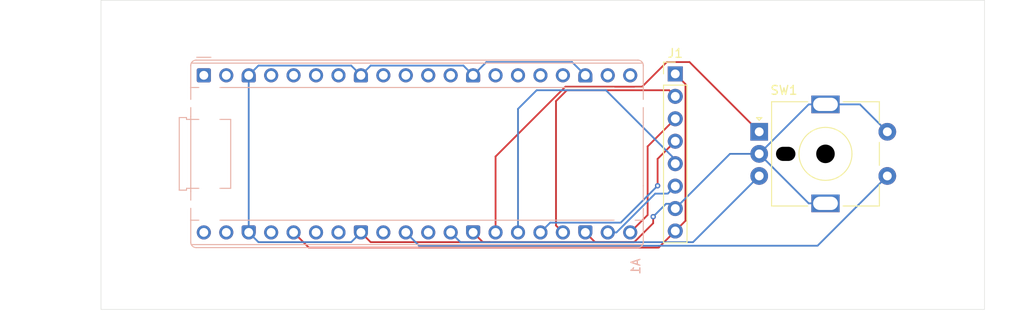
<source format=kicad_pcb>
(kicad_pcb (version 20241229) (generator "pcbnew") (generator_version "9.0")
  (layers (0 "F.Cu" signal) (2 "B.Cu" signal) (13 "F.Paste" user) (15 "B.Paste" user) (5 "F.SilkS" user "F.Silkscreen") (7 "B.SilkS" user "B.Silkscreen") (1 "F.Mask" user) (3 "B.Mask" user) (25 "Edge.Cuts" user))
  (net 0 "")
  (net 1 "Net-(A1-GPIO21)")
  (net 3 "GND")
  (net 5 "SDA")
  (net 6 "+3V3")
  (net 10 "CS")
  (net 13 "RESET")
  (net 14 "A0 - COMMAND")
  (net 24 "button")
  (net 28 "SCK")
  (net 31 "Net-(A1-GPIO22)")
  (footprint "Rotary_Encoder:RotaryEncoder_Alps_EC11E-Switch_Vertical_H20mm_MountingHoles" (layer "F.Cu") (at 114.5 109.89)
    (property "Reference" "SW1" (at 2.8 -4.7 0) (layer "F.SilkS"))
    (property "Value" "RotaryEncoder_Switch_MP")
    (fp_line (start -0.3 -1.6) (end 0.3 -1.6) (stroke (width 0.12)) (layer "F.SilkS"))
    (fp_line (start 0 -1.3) (end -0.3 -1.6) (stroke (width 0.12)) (layer "F.SilkS"))
    (fp_line (start 0.3 -1.6) (end 0 -1.3) (stroke (width 0.12)) (layer "F.SilkS"))
    (fp_line (start 1.4 -3.4) (end 1.4 8.4) (stroke (width 0.12)) (layer "F.SilkS"))
    (fp_line (start 5.5 -3.4) (end 1.4 -3.4) (stroke (width 0.12)) (layer "F.SilkS"))
    (fp_line (start 5.5 8.4) (end 1.4 8.4) (stroke (width 0.12)) (layer "F.SilkS"))
    (fp_line (start 9.5 -3.4) (end 13.6 -3.4) (stroke (width 0.12)) (layer "F.SilkS"))
    (fp_line (start 13.6 -3.4) (end 13.6 -1) (stroke (width 0.12)) (layer "F.SilkS"))
    (fp_line (start 13.6 1.2) (end 13.6 3.8) (stroke (width 0.12)) (layer "F.SilkS"))
    (fp_line (start 13.6 6) (end 13.6 8.4) (stroke (width 0.12)) (layer "F.SilkS"))
    (fp_line (start 13.6 8.4) (end 9.5 8.4) (stroke (width 0.12)) (layer "F.SilkS"))
    (fp_circle (center 7.5 2.5) (end 10.5 2.5) (stroke (width 0.12)) (fill no) (layer "F.SilkS"))
    (pad "" np_thru_hole oval (at 3 2.5) (size 2.2 1.6) (drill oval 2.2 1.6) (layers "*.Mask"))
    (pad "" np_thru_hole circle (at 7.5 2.5) (size 2.1 2.1) (drill 2.1) (layers "*.Mask"))
    (pad "A" thru_hole rect (at 0 0) (size 2 2) (drill 1) (layers "*.Cu" "*.Mask") (net 1 "Net-(A1-GPIO21)"))
    (pad "B" thru_hole circle (at 0 5) (size 2 2) (drill 1) (layers "*.Cu" "*.Mask") (net 31 "Net-(A1-GPIO22)"))
    (pad "C" thru_hole circle (at 0 2.5) (size 2 2) (drill 1) (layers "*.Cu" "*.Mask") (net 3 "GND"))
    (pad "MP" thru_hole rect (at 7.5 -3.1) (size 3.2 2) (drill oval 2.8 1.5) (layers "*.Cu" "*.Mask") (net 3 "GND"))
    (pad "MP" thru_hole rect (at 7.5 8.1) (size 3.2 2) (drill oval 2.8 1.5) (layers "*.Cu" "*.Mask") (net 3 "GND"))
    (pad "S1" thru_hole circle (at 14.5 5) (size 2 2) (drill 1) (layers "*.Cu" "*.Mask") (net 24 "button"))
    (pad "S2" thru_hole circle (at 14.5 0) (size 2 2) (drill 1) (layers "*.Cu" "*.Mask") (net 3 "GND"))
  )
  (footprint "MountingHole:MountingHole_3.2mm_M3" (layer "F.Cu") (at 45 100)
    (property "Reference" "REF**" (hide yes))
    (property "Value" "MountingHole_3.2mm_M3")
    (pad "" np_thru_hole circle (at 0 0) (size 3.2 3.2) (drill 3.2) (layers "*.Cu" "*.Mask"))
  )
  (footprint "Connector_PinHeader_2.54mm:PinHeader_1x08_P2.54mm_Vertical" (layer "F.Cu") (at 105 103.34)
    (property "Reference" "J1" (at 0 -2.33 0) (layer "F.SilkS"))
    (property "Value" "ST7735R TFT LCD")
    (fp_line (start -1.33 -1.33) (end 0 -1.33) (stroke (width 0.12)) (layer "F.SilkS"))
    (fp_line (start -1.33 0) (end -1.33 -1.33) (stroke (width 0.12)) (layer "F.SilkS"))
    (fp_line (start -1.33 1.27) (end -1.33 19.11) (stroke (width 0.12)) (layer "F.SilkS"))
    (fp_line (start -1.33 1.27) (end 1.33 1.27) (stroke (width 0.12)) (layer "F.SilkS"))
    (fp_line (start -1.33 19.11) (end 1.33 19.11) (stroke (width 0.12)) (layer "F.SilkS"))
    (fp_line (start 1.33 1.27) (end 1.33 19.11) (stroke (width 0.12)) (layer "F.SilkS"))
    (pad "1" thru_hole rect (at 0 0) (size 1.7 1.7) (drill 1) (layers "*.Cu" "*.Mask") (net 6 "+3V3"))
    (pad "2" thru_hole oval (at 0 2.54) (size 1.7 1.7) (drill 1) (layers "*.Cu" "*.Mask") (net 28 "SCK"))
    (pad "3" thru_hole oval (at 0 5.08) (size 1.7 1.7) (drill 1) (layers "*.Cu" "*.Mask") (net 5 "SDA"))
    (pad "4" thru_hole oval (at 0 7.62) (size 1.7 1.7) (drill 1) (layers "*.Cu" "*.Mask") (net 14 "A0 - COMMAND"))
    (pad "5" thru_hole oval (at 0 10.16) (size 1.7 1.7) (drill 1) (layers "*.Cu" "*.Mask") (net 13 "RESET"))
    (pad "6" thru_hole oval (at 0 12.7) (size 1.7 1.7) (drill 1) (layers "*.Cu" "*.Mask") (net 10 "CS"))
    (pad "7" thru_hole oval (at 0 15.24) (size 1.7 1.7) (drill 1) (layers "*.Cu" "*.Mask") (net 3 "GND"))
    (pad "8" thru_hole oval (at 0 17.78) (size 1.7 1.7) (drill 1) (layers "*.Cu" "*.Mask") (net 6 "+3V3"))
  )
  (footprint "MountingHole:MountingHole_3.2mm_M3" (layer "F.Cu") (at 135 125.5)
    (property "Reference" "REF**" (hide yes))
    (property "Value" "MountingHole_3.2mm_M3")
    (pad "" np_thru_hole circle (at 0 0) (size 3.2 3.2) (drill 3.2) (layers "*.Cu" "*.Mask"))
  )
  (footprint "MountingHole:MountingHole_3.2mm_M3" (layer "F.Cu") (at 45 125)
    (property "Reference" "REF**" (hide yes))
    (property "Value" "MountingHole_3.2mm_M3")
    (pad "" np_thru_hole circle (at 0 0) (size 3.2 3.2) (drill 3.2) (layers "*.Cu" "*.Mask"))
  )
  (footprint "MountingHole:MountingHole_3.2mm_M3" (layer "F.Cu") (at 135 100)
    (property "Reference" "REF**" (hide yes))
    (property "Value" "MountingHole_3.2mm_M3")
    (pad "" np_thru_hole circle (at 0 0) (size 3.2 3.2) (drill 3.2) (layers "*.Cu" "*.Mask"))
  )
  (footprint "Module:RaspberryPi_Pico_Common_THT" (layer "B.Cu") (at 51.64 103.5 -90)
    (property "Reference" "A1" (at 20.6375 -48.895 90) (layer "B.SilkS") (effects (justify left mirror)))
    (property "Value" "RaspberryPi_Pico_W")
    (fp_line (start 4.78 2.78) (end 13 2.78) (stroke (width 0.12)) (layer "B.SilkS"))
    (fp_line (start 4.78 2.78) (end 4.78 1.96) (stroke (width 0.12)) (layer "B.SilkS"))
    (fp_line (start 13 2.78) (end 13 1.96) (stroke (width 0.12)) (layer "B.SilkS"))
    (fp_line (start 4.78 1.96) (end 4.99 1.96) (stroke (width 0.12)) (layer "B.SilkS"))
    (fp_line (start 4.99 1.96) (end 4.99 0.564) (stroke (width 0.12)) (layer "B.SilkS"))
    (fp_line (start 12.79 1.96) (end 12.79 0.564) (stroke (width 0.12)) (layer "B.SilkS"))
    (fp_line (start 13 1.96) (end 12.79 1.96) (stroke (width 0.12)) (layer "B.SilkS"))
    (fp_line (start -1.11 1.48) (end 1.38 1.48) (stroke (width 0.12)) (layer "B.SilkS"))
    (fp_line (start 1.38 1.48) (end 2.72794 1.48) (stroke (width 0.12)) (layer "B.SilkS"))
    (fp_line (start 1.38 1.48) (end 1.38 0.56648) (stroke (width 0.12)) (layer "B.SilkS"))
    (fp_line (start 3.652061 1.48) (end 4.655 1.48) (stroke (width 0.12)) (layer "B.SilkS"))
    (fp_line (start 4.655 1.48) (end 13.125 1.48) (stroke (width 0.12)) (layer "B.SilkS"))
    (fp_line (start 13.125 1.48) (end 14.127939 1.48) (stroke (width 0.12)) (layer "B.SilkS"))
    (fp_line (start 15.052061 1.48) (end 16.4 1.48) (stroke (width 0.12)) (layer "B.SilkS"))
    (fp_line (start 16.4 1.48) (end 16.4 0.56648) (stroke (width 0.12)) (layer "B.SilkS"))
    (fp_line (start 18.89 1.48) (end 16.4 1.48) (stroke (width 0.12)) (layer "B.SilkS"))
    (fp_line (start -1.38 1.417) (end -1.38 -49.677) (stroke (width 0.12)) (layer "B.SilkS"))
    (fp_line (start -1.72 0.87) (end -1.72 -49.13) (stroke (width 0.12)) (layer "B.SilkS"))
    (fp_line (start 19.5 0.87) (end 19.5 -49.13) (stroke (width 0.12)) (layer "B.SilkS"))
    (fp_line (start -2.04 -0.8) (end -2.04 0.8) (stroke (width 0.12)) (layer "B.SilkS"))
    (fp_line (start 4.99 -1.824) (end 4.99 -3.04) (stroke (width 0.12)) (layer "B.SilkS"))
    (fp_line (start 12.79 -1.824) (end 12.79 -3.04) (stroke (width 0.12)) (layer "B.SilkS"))
    (fp_line (start 1.38 -1.82648) (end 1.38 -46.43352) (stroke (width 0.12)) (layer "B.SilkS"))
    (fp_line (start 16.4 -1.82648) (end 16.4 -46.43352) (stroke (width 0.12)) (layer "B.SilkS"))
    (fp_line (start 12.79 -3.04) (end 4.99 -3.04) (stroke (width 0.12)) (layer "B.SilkS"))
    (fp_line (start 1.38 -48.82648) (end 1.38 -49.74) (stroke (width 0.12)) (layer "B.SilkS"))
    (fp_line (start 16.4 -48.82648) (end 16.4 -49.74) (stroke (width 0.12)) (layer "B.SilkS"))
    (fp_line (start 19.16 -49.677) (end 19.16 1.417) (stroke (width 0.12)) (layer "B.SilkS"))
    (fp_line (start -1.11 -49.74) (end 2.727939 -49.74) (stroke (width 0.12)) (layer "B.SilkS"))
    (fp_line (start 5.29 -49.74) (end 3.652061 -49.74) (stroke (width 0.12)) (layer "B.SilkS"))
    (fp_line (start 12.49 -49.74) (end 5.29 -49.74) (stroke (width 0.12)) (layer "B.SilkS"))
    (fp_line (start 14.127939 -49.74) (end 12.49 -49.74) (stroke (width 0.12)) (layer "B.SilkS"))
    (fp_line (start 15.052061 -49.74) (end 18.89 -49.74) (stroke (width 0.12)) (layer "B.SilkS"))
    (fp_arc (start -1.11 1.48) (mid -1.541335 1.301335) (end -1.72 0.87) (stroke (width 0.12)) (layer "B.SilkS"))
    (fp_arc (start 19.5 0.87) (mid 19.321335 1.301335) (end 18.89 1.48) (stroke (width 0.12)) (layer "B.SilkS"))
    (fp_arc (start -1.72 -49.13) (mid -1.541364 -49.561364) (end -1.11 -49.74) (stroke (width 0.12)) (layer "B.SilkS"))
    (fp_arc (start 18.89 -49.74) (mid 19.321335 -49.561335) (end 19.5 -49.13) (stroke (width 0.12)) (layer "B.SilkS"))
    (pad "1" thru_hole roundrect (at 0 0 270) (size 1.6 1.6) (drill 1) (layers "*.Cu" "*.Mask") (roundrect_rratio 0.125))
    (pad "2" thru_hole circle (at 0 -2.54 270) (size 1.6 1.6) (drill 1) (layers "*.Cu" "*.Mask"))
    (pad "3" thru_hole custom (at 0 -5.08 270) (size 1.6 1.6) (drill 1) (layers "*.Cu" "*.Mask") (net 3 "GND") (options (clearance outline) (anchor circle)) (primitives (gr_poly (pts (xy 0.8 -0.6) (xy 0.8 0.6) (xy 0.6 0.8) (xy 0 0.8) (xy 0 -0.8) (xy 0.6 -0.8)) (width 0) (fill yes)) (gr_circle (center 0.6 -0.6) (end 0.8 -0.6) (width 0) (fill yes)) (gr_circle (center 0.6 0.6) (end 0.8 0.6) (width 0) (fill yes))))
    (pad "4" thru_hole circle (at 0 -7.62 270) (size 1.6 1.6) (drill 1) (layers "*.Cu" "*.Mask"))
    (pad "5" thru_hole circle (at 0 -10.16 270) (size 1.6 1.6) (drill 1) (layers "*.Cu" "*.Mask"))
    (pad "6" thru_hole circle (at 0 -12.7 270) (size 1.6 1.6) (drill 1) (layers "*.Cu" "*.Mask"))
    (pad "7" thru_hole circle (at 0 -15.24 270) (size 1.6 1.6) (drill 1) (layers "*.Cu" "*.Mask"))
    (pad "8" thru_hole custom (at 0 -17.78 270) (size 1.6 1.6) (drill 1) (layers "*.Cu" "*.Mask") (net 3 "GND") (options (clearance outline) (anchor circle)) (primitives (gr_poly (pts (xy 0.8 -0.6) (xy 0.8 0.6) (xy 0.6 0.8) (xy 0 0.8) (xy 0 -0.8) (xy 0.6 -0.8)) (width 0) (fill yes)) (gr_circle (center 0.6 -0.6) (end 0.8 -0.6) (width 0) (fill yes)) (gr_circle (center 0.6 0.6) (end 0.8 0.6) (width 0) (fill yes))))
    (pad "9" thru_hole circle (at 0 -20.32 270) (size 1.6 1.6) (drill 1) (layers "*.Cu" "*.Mask"))
    (pad "10" thru_hole circle (at 0 -22.86 270) (size 1.6 1.6) (drill 1) (layers "*.Cu" "*.Mask"))
    (pad "11" thru_hole circle (at 0 -25.4 270) (size 1.6 1.6) (drill 1) (layers "*.Cu" "*.Mask"))
    (pad "12" thru_hole circle (at 0 -27.94 270) (size 1.6 1.6) (drill 1) (layers "*.Cu" "*.Mask"))
    (pad "13" thru_hole custom (at 0 -30.48 270) (size 1.6 1.6) (drill 1) (layers "*.Cu" "*.Mask") (net 3 "GND") (options (clearance outline) (anchor circle)) (primitives (gr_poly (pts (xy 0.8 -0.6) (xy 0.8 0.6) (xy 0.6 0.8) (xy 0 0.8) (xy 0 -0.8) (xy 0.6 -0.8)) (width 0) (fill yes)) (gr_circle (center 0.6 -0.6) (end 0.8 -0.6) (width 0) (fill yes)) (gr_circle (center 0.6 0.6) (end 0.8 0.6) (width 0) (fill yes))))
    (pad "14" thru_hole circle (at 0 -33.02 270) (size 1.6 1.6) (drill 1) (layers "*.Cu" "*.Mask"))
    (pad "15" thru_hole circle (at 0 -35.56 270) (size 1.6 1.6) (drill 1) (layers "*.Cu" "*.Mask"))
    (pad "16" thru_hole circle (at 0 -38.1 270) (size 1.6 1.6) (drill 1) (layers "*.Cu" "*.Mask"))
    (pad "17" thru_hole circle (at 0 -40.64 270) (size 1.6 1.6) (drill 1) (layers "*.Cu" "*.Mask"))
    (pad "18" thru_hole custom (at 0 -43.18 270) (size 1.6 1.6) (drill 1) (layers "*.Cu" "*.Mask") (net 3 "GND") (options (clearance outline) (anchor circle)) (primitives (gr_poly (pts (xy 0.8 -0.6) (xy 0.8 0.6) (xy 0.6 0.8) (xy 0 0.8) (xy 0 -0.8) (xy 0.6 -0.8)) (width 0) (fill yes)) (gr_circle (center 0.6 -0.6) (end 0.8 -0.6) (width 0) (fill yes)) (gr_circle (center 0.6 0.6) (end 0.8 0.6) (width 0) (fill yes))))
    (pad "19" thru_hole circle (at 0 -45.72 270) (size 1.6 1.6) (drill 1) (layers "*.Cu" "*.Mask"))
    (pad "20" thru_hole circle (at 0 -48.26 270) (size 1.6 1.6) (drill 1) (layers "*.Cu" "*.Mask"))
    (pad "21" thru_hole circle (at 17.78 -48.26 270) (size 1.6 1.6) (drill 1) (layers "*.Cu" "*.Mask") (net 5 "SDA"))
    (pad "22" thru_hole circle (at 17.78 -45.72 270) (size 1.6 1.6) (drill 1) (layers "*.Cu" "*.Mask") (net 10 "CS"))
    (pad "23" thru_hole custom (at 17.78 -43.18 270) (size 1.6 1.6) (drill 1) (layers "*.Cu" "*.Mask") (net 3 "GND") (options (clearance outline) (anchor circle)) (primitives (gr_poly (pts (xy -0.8 -0.6) (xy -0.8 0.6) (xy -0.6 0.8) (xy 0 0.8) (xy 0 -0.8) (xy -0.6 -0.8)) (width 0) (fill yes)) (gr_circle (center -0.6 -0.6) (end -0.4 -0.6) (width 0) (fill yes)) (gr_circle (center -0.6 0.6) (end -0.4 0.6) (width 0) (fill yes))))
    (pad "24" thru_hole circle (at 17.78 -40.64 270) (size 1.6 1.6) (drill 1) (layers "*.Cu" "*.Mask") (net 28 "SCK"))
    (pad "25" thru_hole circle (at 17.78 -38.1 270) (size 1.6 1.6) (drill 1) (layers "*.Cu" "*.Mask") (net 14 "A0 - COMMAND"))
    (pad "26" thru_hole circle (at 17.78 -35.56 270) (size 1.6 1.6) (drill 1) (layers "*.Cu" "*.Mask") (net 13 "RESET"))
    (pad "27" thru_hole circle (at 17.78 -33.02 270) (size 1.6 1.6) (drill 1) (layers "*.Cu" "*.Mask") (net 1 "Net-(A1-GPIO21)"))
    (pad "28" thru_hole custom (at 17.78 -30.48 270) (size 1.6 1.6) (drill 1) (layers "*.Cu" "*.Mask") (net 3 "GND") (options (clearance outline) (anchor circle)) (primitives (gr_poly (pts (xy -0.8 -0.6) (xy -0.8 0.6) (xy -0.6 0.8) (xy 0 0.8) (xy 0 -0.8) (xy -0.6 -0.8)) (width 0) (fill yes)) (gr_circle (center -0.6 -0.6) (end -0.4 -0.6) (width 0) (fill yes)) (gr_circle (center -0.6 0.6) (end -0.4 0.6) (width 0) (fill yes))))
    (pad "29" thru_hole circle (at 17.78 -27.94 270) (size 1.6 1.6) (drill 1) (layers "*.Cu" "*.Mask") (net 31 "Net-(A1-GPIO22)"))
    (pad "30" thru_hole circle (at 17.78 -25.4 270) (size 1.6 1.6) (drill 1) (layers "*.Cu" "*.Mask"))
    (pad "31" thru_hole circle (at 17.78 -22.86 270) (size 1.6 1.6) (drill 1) (layers "*.Cu" "*.Mask") (net 24 "button"))
    (pad "32" thru_hole circle (at 17.78 -20.32 270) (size 1.6 1.6) (drill 1) (layers "*.Cu" "*.Mask"))
    (pad "33" thru_hole custom (at 17.78 -17.78 270) (size 1.6 1.6) (drill 1) (layers "*.Cu" "*.Mask") (net 3 "GND") (options (clearance outline) (anchor circle)) (primitives (gr_poly (pts (xy -0.8 -0.6) (xy -0.8 0.6) (xy -0.6 0.8) (xy 0 0.8) (xy 0 -0.8) (xy -0.6 -0.8)) (width 0) (fill yes)) (gr_circle (center -0.6 -0.6) (end -0.4 -0.6) (width 0) (fill yes)) (gr_circle (center -0.6 0.6) (end -0.4 0.6) (width 0) (fill yes))))
    (pad "34" thru_hole circle (at 17.78 -15.24 270) (size 1.6 1.6) (drill 1) (layers "*.Cu" "*.Mask"))
    (pad "35" thru_hole circle (at 17.78 -12.7 270) (size 1.6 1.6) (drill 1) (layers "*.Cu" "*.Mask"))
    (pad "36" thru_hole circle (at 17.78 -10.16 270) (size 1.6 1.6) (drill 1) (layers "*.Cu" "*.Mask") (net 6 "+3V3"))
    (pad "37" thru_hole circle (at 17.78 -7.62 270) (size 1.6 1.6) (drill 1) (layers "*.Cu" "*.Mask"))
    (pad "38" thru_hole custom (at 17.78 -5.08 270) (size 1.6 1.6) (drill 1) (layers "*.Cu" "*.Mask") (net 3 "GND") (options (clearance outline) (anchor circle)) (primitives (gr_poly (pts (xy -0.8 -0.6) (xy -0.8 0.6) (xy -0.6 0.8) (xy 0 0.8) (xy 0 -0.8) (xy -0.6 -0.8)) (width 0) (fill yes)) (gr_circle (center -0.6 -0.6) (end -0.4 -0.6) (width 0) (fill yes)) (gr_circle (center -0.6 0.6) (end -0.4 0.6) (width 0) (fill yes))))
    (pad "39" thru_hole circle (at 17.78 -2.54 270) (size 1.6 1.6) (drill 1) (layers "*.Cu" "*.Mask"))
    (pad "40" thru_hole circle (at 17.78 0 270) (size 1.6 1.6) (drill 1) (layers "*.Cu" "*.Mask"))
  )
  (gr_rect (start 40 95) (end 140 130) (stroke (width 0.05)) (fill no) (layer "Edge.Cuts"))
  (segment (start 106.61 102) (end 104.038 102) (width 0.2) (layer "F.Cu") (net 1))
  (segment (start 84.66 112.690064) (end 84.66 121.28) (width 0.2) (layer "F.Cu") (net 1))
  (segment (start 104.038 102) (end 101.25 104.788) (width 0.2) (layer "F.Cu") (net 1))
  (segment (start 101.25 104.788) (end 92.562064 104.788) (width 0.2) (layer "F.Cu") (net 1))
  (segment (start 92.562064 104.788) (end 84.66 112.690064) (width 0.2) (layer "F.Cu") (net 1))
  (segment (start 114.5 109.89) (end 106.61 102) (width 0.2) (layer "F.Cu") (net 1))
  (segment (start 102.5 119.5) (end 102.5 120.23705) (width 0.2) (layer "F.Cu") (net 3))
  (segment (start 84 122.381) (end 83.221 122.381) (width 0.2) (layer "F.Cu") (net 3))
  (segment (start 101.868525 120.868525) (end 100.35605 122.381) (width 0.2) (layer "F.Cu") (net 3))
  (segment (start 100.35605 122.381) (end 95.921 122.381) (width 0.2) (layer "F.Cu") (net 3))
  (segment (start 83.221 122.381) (end 82.12 121.28) (width 0.2) (layer "F.Cu") (net 3))
  (segment (start 84 122.381) (end 70.521 122.381) (width 0.2) (layer "F.Cu") (net 3))
  (segment (start 102.5 120.23705) (end 101.868525 120.868525) (width 0.2) (layer "F.Cu") (net 3))
  (segment (start 70.521 122.381) (end 69.42 121.28) (width 0.2) (layer "F.Cu") (net 3))
  (segment (start 100.35605 122.381) (end 84 122.381) (width 0.2) (layer "F.Cu") (net 3))
  (segment (start 95.921 122.381) (end 94.82 121.28) (width 0.2) (layer "F.Cu") (net 3))
  (via (at 102.5 119.5) (size 0.6) (drill 0.3) (layers "F.Cu" "B.Cu") (net 3))
  (segment (start 114.5 112.39) (end 120.1 117.99) (width 0.2) (layer "B.Cu") (net 3))
  (segment (start 57.821 102.399) (end 68.319 102.399) (width 0.2) (layer "B.Cu") (net 3))
  (segment (start 68.319 122.381) (end 57.821 122.381) (width 0.2) (layer "B.Cu") (net 3))
  (segment (start 57.821 122.381) (end 56.72 121.28) (width 0.2) (layer "B.Cu") (net 3))
  (segment (start 122 106.79) (end 120.1 106.79) (width 0.2) (layer "B.Cu") (net 3))
  (segment (start 56.72 121.28) (end 56.72 103.5) (width 0.2) (layer "B.Cu") (net 3))
  (segment (start 69.42 121.28) (end 68.319 122.381) (width 0.2) (layer "B.Cu") (net 3))
  (segment (start 129 109.89) (end 125.9 106.79) (width 0.2) (layer "B.Cu") (net 3))
  (segment (start 111.19 112.39) (end 114.5 112.39) (width 0.2) (layer "B.Cu") (net 3))
  (segment (start 105.54 118.04) (end 111.19 112.39) (width 0.2) (layer "B.Cu") (net 3))
  (segment (start 69.42 103.5) (end 70.521 102.399) (width 0.2) (layer "B.Cu") (net 3))
  (segment (start 120.1 117.99) (end 122 117.99) (width 0.2) (layer "B.Cu") (net 3))
  (segment (start 68.319 102.399) (end 69.42 103.5) (width 0.2) (layer "B.Cu") (net 3))
  (segment (start 105.54 118.04) (end 103.96 118.04) (width 0.2) (layer "B.Cu") (net 3))
  (segment (start 120.1 106.79) (end 114.5 112.39) (width 0.2) (layer "B.Cu") (net 3))
  (segment (start 105 118.58) (end 105.54 118.04) (width 0.2) (layer "B.Cu") (net 3))
  (segment (start 83.62 102) (end 93.32 102) (width 0.2) (layer "B.Cu") (net 3))
  (segment (start 103.96 118.04) (end 102.5 119.5) (width 0.2) (layer "B.Cu") (net 3))
  (segment (start 81.019 102.399) (end 82.12 103.5) (width 0.2) (layer "B.Cu") (net 3))
  (segment (start 82.12 103.5) (end 83.62 102) (width 0.2) (layer "B.Cu") (net 3))
  (segment (start 70.521 102.399) (end 81.019 102.399) (width 0.2) (layer "B.Cu") (net 3))
  (segment (start 125.9 106.79) (end 122 106.79) (width 0.2) (layer "B.Cu") (net 3))
  (segment (start 56.72 103.5) (end 57.821 102.399) (width 0.2) (layer "B.Cu") (net 3))
  (segment (start 93.32 102) (end 94.82 103.5) (width 0.2) (layer "B.Cu") (net 3))
  (segment (start 101.871 111.549) (end 105 108.42) (width 0.2) (layer "F.Cu") (net 5))
  (segment (start 101.871 119.309) (end 101.871 111.549) (width 0.2) (layer "F.Cu") (net 5))
  (segment (start 99.9 121.28) (end 101.871 119.309) (width 0.2) (layer "F.Cu") (net 5))
  (segment (start 61.8 121.28) (end 63.52 123) (width 0.2) (layer "F.Cu") (net 6))
  (segment (start 103.12 123) (end 105 121.12) (width 0.2) (layer "F.Cu") (net 6))
  (segment (start 63.52 123) (end 103.12 123) (width 0.2) (layer "F.Cu") (net 6))
  (segment (start 106.151 104.491) (end 105 103.34) (width 0.2) (layer "F.Cu") (net 6))
  (segment (start 106.151 119.969) (end 106.151 104.491) (width 0.2) (layer "F.Cu") (net 6))
  (segment (start 105 121.12) (end 106.151 119.969) (width 0.2) (layer "F.Cu") (net 6))
  (segment (start 97.36 121.28) (end 98.34295 121.28) (width 0.2) (layer "B.Cu") (net 10))
  (segment (start 98.34295 121.28) (end 102.73295 116.89) (width 0.2) (layer "B.Cu") (net 10))
  (segment (start 102.73295 116.89) (end 104.15 116.89) (width 0.2) (layer "B.Cu") (net 10))
  (segment (start 104.15 116.89) (end 105 116.04) (width 0.2) (layer "B.Cu") (net 10))
  (segment (start 87.2 107.3) (end 87.2 121.28) (width 0.2) (layer "B.Cu") (net 13))
  (segment (start 89.311 105.189) (end 87.2 107.3) (width 0.2) (layer "B.Cu") (net 13))
  (segment (start 105 113.5) (end 105 113.037269) (width 0.2) (layer "B.Cu") (net 13))
  (segment (start 105 113.037269) (end 97.151731 105.189) (width 0.2) (layer "B.Cu") (net 13))
  (segment (start 97.151731 105.189) (end 89.311 105.189) (width 0.2) (layer "B.Cu") (net 13))
  (segment (start 103 112.96) (end 103 116) (width 0.2) (layer "F.Cu") (net 14))
  (segment (start 105 110.96) (end 103 112.96) (width 0.2) (layer "F.Cu") (net 14))
  (via (at 103 116) (size 0.6) (drill 0.3) (layers "F.Cu" "B.Cu") (net 14))
  (segment (start 98.826 120.174) (end 90.846 120.174) (width 0.2) (layer "B.Cu") (net 14))
  (segment (start 103 116) (end 98.826 120.174) (width 0.2) (layer "B.Cu") (net 14))
  (segment (start 90.846 120.174) (end 89.74 121.28) (width 0.2) (layer "B.Cu") (net 14))
  (segment (start 76.007 122.787) (end 121.103 122.787) (width 0.2) (layer "B.Cu") (net 24))
  (segment (start 74.5 121.28) (end 76.007 122.787) (width 0.2) (layer "B.Cu") (net 24))
  (segment (start 121.103 122.787) (end 129 114.89) (width 0.2) (layer "B.Cu") (net 24))
  (segment (start 91.5 120.5) (end 92.28 121.28) (width 0.2) (layer "F.Cu") (net 28))
  (segment (start 105 105.88) (end 104.309 105.189) (width 0.2) (layer "F.Cu") (net 28))
  (segment (start 104.309 105.189) (end 92.728164 105.189) (width 0.2) (layer "F.Cu") (net 28))
  (segment (start 92.728164 105.189) (end 91.5 106.417164) (width 0.2) (layer "F.Cu") (net 28))
  (segment (start 91.5 106.417164) (end 91.5 120.5) (width 0.2) (layer "F.Cu") (net 28))
  (segment (start 80.686 122.386) (end 107.004 122.386) (width 0.2) (layer "B.Cu") (net 31))
  (segment (start 79.58 121.28) (end 80.686 122.386) (width 0.2) (layer "B.Cu") (net 31))
  (segment (start 107.004 122.386) (end 114.5 114.89) (width 0.2) (layer "B.Cu") (net 31))
)
</source>
